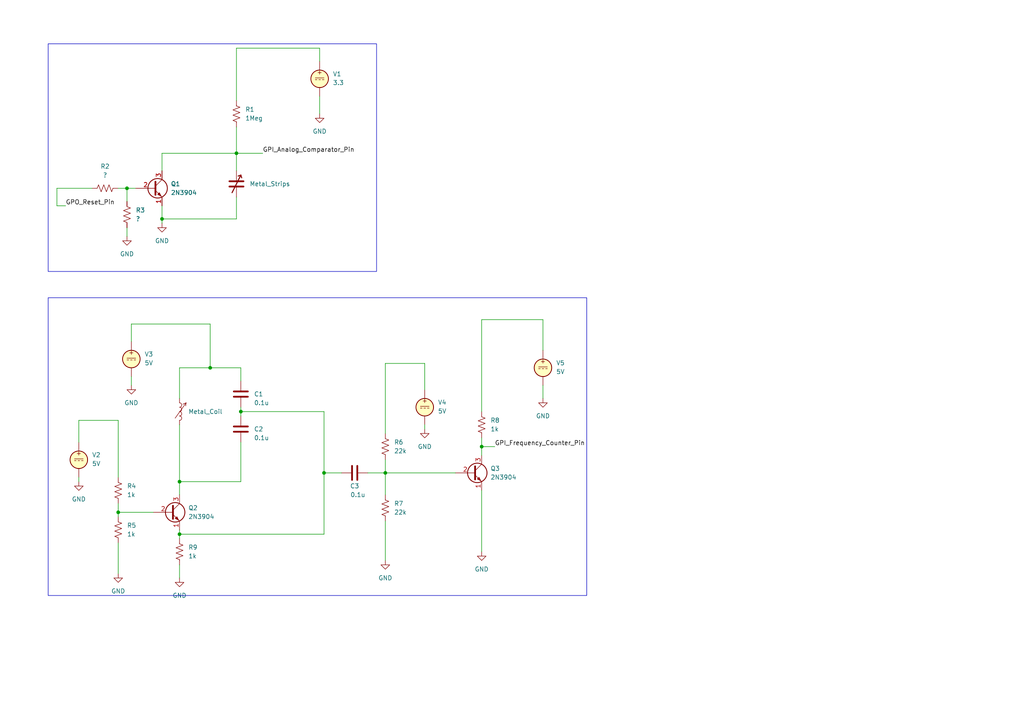
<source format=kicad_sch>
(kicad_sch (version 20230121) (generator eeschema)
  (paper "A4")
  (lib_symbols
    (symbol "Device:C" (pin_numbers hide) (pin_names (offset 0.254))
      (property "Reference" "C" (at 0.635 2.54 0))
      (property "Value" "C" (at 0.635 -2.54 0))
      (symbol "C_0_1"
        (polyline (pts (xy -2.032 -0.762) (xy 2.032 -0.762)) (stroke (width 0.508)))
        (polyline (pts (xy -2.032 0.762) (xy 2.032 0.762)) (stroke (width 0.508)))
      )
      (symbol "C_1_1"
        (pin passive line (at 0 3.81 270) (length 2.794) (name "~") (number "1"))
        (pin passive line (at 0 -3.81 90) (length 2.794) (name "~") (number "2"))
      )
    )
    (symbol "Device:C_Variable" (pin_numbers hide) (pin_names (offset 0.254) hide)
      (property "Reference" "C" (at 0.635 -1.905 0))
      (property "Value" "C_Variable" (at 0.635 -3.81 0))
      (symbol "C_Variable_0_1"
        (polyline (pts (xy -2.032 -0.762) (xy 2.032 -0.762)) (stroke (width 0.508)))
        (polyline (pts (xy -2.032 0.762) (xy 2.032 0.762)) (stroke (width 0.508)))
        (polyline (pts (xy 1.27 2.54) (xy -1.27 -2.54)) (stroke (width 0.3048)))
        (polyline (pts (xy 1.27 2.54) (xy 0.508 2.286)) (stroke (width 0.3048)))
        (polyline (pts (xy 1.27 2.54) (xy 1.524 1.778)) (stroke (width 0.3048)))
      )
      (symbol "C_Variable_1_1"
        (pin passive line (at 0 3.81 270) (length 3.048) (name "~") (number "1"))
        (pin passive line (at 0 -3.81 90) (length 3.048) (name "~") (number "2"))
      )
    )
    (symbol "Device:L_Trim" (pin_numbers hide) (pin_names (offset 1.016) hide)
      (property "Reference" "L" (at -1.905 0 90))
      (property "Value" "L_Trim" (at 3.175 0 90))
      (symbol "L_Trim_0_1"
        (arc (start 0 -2.54) (mid 0.6323 -1.905) (end 0 -1.27))
        (arc (start 0 -1.27) (mid 0.6323 -0.635) (end 0 0))
        (polyline (pts (xy -1.27 -1.905) (xy 1.905 2.54)))
        (polyline (pts (xy 1.905 2.54) (xy 1.016 2.159)))
        (polyline (pts (xy 1.905 2.54) (xy 1.778 1.651)))
        (arc (start 0 0) (mid 0.6323 0.635) (end 0 1.27))
        (arc (start 0 1.27) (mid 0.6323 1.905) (end 0 2.54))
      )
      (symbol "L_Trim_1_1"
        (pin passive line (at 0 3.81 270) (length 1.27) (name "1") (number "1"))
        (pin passive line (at 0 -3.81 90) (length 1.27) (name "2") (number "2"))
      )
    )
    (symbol "Device:R_US" (pin_numbers hide) (pin_names (offset 0))
      (property "Reference" "R" (at 2.54 0 90))
      (property "Value" "R_US" (at -2.54 0 90))
      (symbol "R_US_0_1"
        (polyline (pts (xy 0 -2.286) (xy 0 -2.54)))
        (polyline (pts (xy 0 2.286) (xy 0 2.54)))
        (polyline (pts (xy 0 -0.762) (xy 1.016 -1.143) (xy 0 -1.524) (xy -1.016 -1.905) (xy 0 -2.286)))
        (polyline (pts (xy 0 0.762) (xy 1.016 0.381) (xy 0 0) (xy -1.016 -0.381) (xy 0 -0.762)))
        (polyline (pts (xy 0 2.286) (xy 1.016 1.905) (xy 0 1.524) (xy -1.016 1.143) (xy 0 0.762)))
      )
      (symbol "R_US_1_1"
        (pin passive line (at 0 3.81 270) (length 1.27) (name "~") (number "1"))
        (pin passive line (at 0 -3.81 90) (length 1.27) (name "~") (number "2"))
      )
    )
    (symbol "Simulation_SPICE:VDC" (pin_numbers hide) (pin_names (offset 0.0254))
      (property "Reference" "V" (at 2.54 2.54 0))
      (property "Value" "1" (at 2.54 0 0))
      (symbol "VDC_0_0"
        (polyline (pts (xy -1.27 0.254) (xy 1.27 0.254)))
        (polyline (pts (xy -0.762 -0.254) (xy -1.27 -0.254)))
        (polyline (pts (xy 0.254 -0.254) (xy -0.254 -0.254)))
        (polyline (pts (xy 1.27 -0.254) (xy 0.762 -0.254)))
        (text "+" (at 0 1.905 0) (effects (font (size 1.27 1.27))))
      )
      (symbol "VDC_0_1"
        (circle (center 0 0) (radius 2.54) (stroke (width 0.254)) (fill (type background)))
      )
      (symbol "VDC_1_1"
        (pin passive line (at 0 5.08 270) (length 2.54) (name "~") (number "1"))
        (pin passive line (at 0 -5.08 90) (length 2.54) (name "~") (number "2"))
      )
    )
    (symbol "Transistor_BJT:2N3904" (pin_names (offset 0) hide)
      (property "Reference" "Q" (at 5.08 1.905 0))
      (property "Value" "2N3904" (at 5.08 0 0))
      (symbol "2N3904_0_1"
        (polyline (pts (xy 0.635 0.635) (xy 2.54 2.54)))
        (polyline (pts (xy 0.635 -0.635) (xy 2.54 -2.54) (xy 2.54 -2.54)))
        (polyline (pts (xy 0.635 1.905) (xy 0.635 -1.905) (xy 0.635 -1.905)) (stroke (width 0.508)))
        (polyline (pts (xy 1.27 -1.778) (xy 1.778 -1.27) (xy 2.286 -2.286) (xy 1.27 -1.778) (xy 1.27 -1.778)) (fill (type outline)))
        (circle (center 1.27 0) (radius 2.8194) (stroke (width 0.254)))
      )
      (symbol "2N3904_1_1"
        (pin passive line (at 2.54 -5.08 90) (length 2.54) (name "E") (number "1"))
        (pin passive line (at -5.08 0 0) (length 5.715) (name "B") (number "2"))
        (pin passive line (at 2.54 5.08 270) (length 2.54) (name "C") (number "3"))
      )
    )
    (symbol "power:GND" (power) (pin_names (offset 0))
      (property "Value" "GND" (at 0 -3.81 0))
      (symbol "GND_0_1"
        (polyline (pts (xy 0 0) (xy 0 -1.27) (xy 1.27 -1.27) (xy 0 -2.54) (xy -1.27 -1.27) (xy 0 -1.27)))
      )
      (symbol "GND_1_1"
        (pin power_in line (at 0 0 270) (length 0) hide (name "GND") (number "1"))
      )
    )
  )
  (junction (at 139.7 129.54))
  (junction (at 60.96 106.68))
  (junction (at 93.98 137.16))
  (junction (at 68.58 44.45))
  (junction (at 52.07 139.7))
  (junction (at 46.99 63.5))
  (junction (at 36.83 54.61))
  (junction (at 52.07 154.94))
  (junction (at 111.76 137.16))
  (junction (at 34.29 148.59))
  (junction (at 69.85 119.38))
  (wire (pts (xy 132.08 137.16) (xy 111.76 137.16)))
  (wire (pts (xy 69.85 128.27) (xy 69.85 139.7)))
  (wire (pts (xy 93.98 137.16) (xy 99.06 137.16)))
  (wire (pts (xy 123.19 124.46) (xy 123.19 123.19)))
  (wire (pts (xy 22.86 139.7) (xy 22.86 138.43)))
  (wire (pts (xy 92.71 27.94) (xy 92.71 33.02)))
  (wire (pts (xy 52.07 154.94) (xy 93.98 154.94)))
  (wire (pts (xy 34.29 157.48) (xy 34.29 166.37)))
  (wire (pts (xy 52.07 139.7) (xy 69.85 139.7)))
  (wire (pts (xy 60.96 106.68) (xy 52.07 106.68)))
  (wire (pts (xy 34.29 148.59) (xy 44.45 148.59)))
  (wire (pts (xy 60.96 93.98) (xy 60.96 106.68)))
  (wire (pts (xy 69.85 118.11) (xy 69.85 119.38)))
  (wire (pts (xy 36.83 58.42) (xy 36.83 54.61)))
  (wire (pts (xy 38.1 109.22) (xy 38.1 111.76)))
  (wire (pts (xy 68.58 36.83) (xy 68.58 44.45)))
  (wire (pts (xy 60.96 106.68) (xy 69.85 106.68)))
  (wire (pts (xy 52.07 123.19) (xy 52.07 139.7)))
  (wire (pts (xy 34.29 148.59) (xy 34.29 149.86)))
  (wire (pts (xy 34.29 121.92) (xy 34.29 138.43)))
  (wire (pts (xy 68.58 44.45) (xy 68.58 49.53)))
  (wire (pts (xy 46.99 59.69) (xy 46.99 63.5)))
  (wire (pts (xy 93.98 119.38) (xy 93.98 137.16)))
  (wire (pts (xy 46.99 63.5) (xy 68.58 63.5)))
  (wire (pts (xy 38.1 93.98) (xy 60.96 93.98)))
  (wire (pts (xy 139.7 129.54) (xy 139.7 132.08)))
  (wire (pts (xy 19.05 59.69) (xy 16.51 59.69)))
  (wire (pts (xy 68.58 44.45) (xy 46.99 44.45)))
  (wire (pts (xy 16.51 54.61) (xy 26.67 54.61)))
  (wire (pts (xy 92.71 17.78) (xy 92.71 13.97)))
  (wire (pts (xy 139.7 142.24) (xy 139.7 160.02)))
  (wire (pts (xy 68.58 44.45) (xy 76.2 44.45)))
  (wire (pts (xy 111.76 137.16) (xy 111.76 143.51)))
  (wire (pts (xy 52.07 106.68) (xy 52.07 115.57)))
  (wire (pts (xy 157.48 92.71) (xy 139.7 92.71)))
  (wire (pts (xy 34.29 146.05) (xy 34.29 148.59)))
  (wire (pts (xy 52.07 139.7) (xy 52.07 143.51)))
  (wire (pts (xy 111.76 105.41) (xy 111.76 125.73)))
  (wire (pts (xy 36.83 68.58) (xy 36.83 66.04)))
  (wire (pts (xy 69.85 119.38) (xy 69.85 120.65)))
  (wire (pts (xy 111.76 133.35) (xy 111.76 137.16)))
  (wire (pts (xy 139.7 92.71) (xy 139.7 119.38)))
  (wire (pts (xy 52.07 154.94) (xy 52.07 156.21)))
  (wire (pts (xy 52.07 163.83) (xy 52.07 167.64)))
  (wire (pts (xy 123.19 113.03) (xy 123.19 105.41)))
  (wire (pts (xy 68.58 57.15) (xy 68.58 63.5)))
  (wire (pts (xy 34.29 54.61) (xy 36.83 54.61)))
  (wire (pts (xy 93.98 137.16) (xy 93.98 154.94)))
  (wire (pts (xy 106.68 137.16) (xy 111.76 137.16)))
  (wire (pts (xy 46.99 63.5) (xy 46.99 64.77)))
  (wire (pts (xy 52.07 153.67) (xy 52.07 154.94)))
  (wire (pts (xy 123.19 105.41) (xy 111.76 105.41)))
  (wire (pts (xy 46.99 44.45) (xy 46.99 49.53)))
  (wire (pts (xy 139.7 127) (xy 139.7 129.54)))
  (wire (pts (xy 68.58 13.97) (xy 68.58 29.21)))
  (wire (pts (xy 22.86 128.27) (xy 22.86 121.92)))
  (wire (pts (xy 111.76 151.13) (xy 111.76 162.56)))
  (wire (pts (xy 157.48 101.6) (xy 157.48 92.71)))
  (wire (pts (xy 36.83 54.61) (xy 39.37 54.61)))
  (wire (pts (xy 92.71 13.97) (xy 68.58 13.97)))
  (wire (pts (xy 22.86 121.92) (xy 34.29 121.92)))
  (wire (pts (xy 38.1 99.06) (xy 38.1 93.98)))
  (wire (pts (xy 69.85 106.68) (xy 69.85 110.49)))
  (wire (pts (xy 157.48 111.76) (xy 157.48 115.57)))
  (wire (pts (xy 16.51 59.69) (xy 16.51 54.61)))
  (wire (pts (xy 139.7 129.54) (xy 143.51 129.54)))
  (wire (pts (xy 69.85 119.38) (xy 93.98 119.38)))
  (rectangle (start 13.97 86.36) (end 170.18 172.72))
  (rectangle (start 13.97 12.7) (end 109.22 78.74))
  (label "GPO_Reset_Pin" (at 19.05 59.69 0))
  (label "GPI_Analog_Comparator_Pin" (at 76.2 44.45 0))
  (label "GPI_Frequency_Counter_Pin" (at 143.51 129.54 0))
  (symbol (lib_id "Device:R_US") (at 139.7 123.19 0) (unit 1)
    (property "Reference" "R8" (at 142.24 121.92 0) (effects (justify left)))
    (property "Value" "1k" (at 142.24 124.46 0) (effects (justify left)))
  )
  (symbol (lib_id "Device:R_US") (at 52.07 160.02 0) (unit 1)
    (property "Reference" "R9" (at 54.61 158.75 0) (effects (justify left)))
    (property "Value" "1k" (at 54.61 161.29 0) (effects (justify left)))
  )
  (symbol (lib_id "power:GND") (at 123.19 124.46 0) (unit 1)
    (property "Reference" "#PWR09" (effects hide))
    (property "Value" "GND" (at 123.19 129.54 0))
  )
  (symbol (lib_id "Transistor_BJT:2N3904") (at 49.53 148.59 0) (unit 1)
    (property "Reference" "Q2" (at 54.61 147.32 0) (effects (justify left)))
    (property "Value" "2N3904" (at 54.61 149.86 0) (effects (justify left)))
    (property "Footprint" "Package_TO_SOT_THT:TO-92_Inline" (effects hide))
    (property "Datasheet" "https://www.onsemi.com/pub/Collateral/2N3903-D.PDF" (effects hide))
  )
  (symbol (lib_id "Device:C") (at 69.85 124.46 0) (unit 1)
    (property "Reference" "C2" (at 73.66 124.46 0) (effects (justify left)))
    (property "Value" "0.1u" (at 73.66 127 0) (effects (justify left)))
  )
  (symbol (lib_id "Device:R_US") (at 111.76 129.54 0) (unit 1)
    (property "Reference" "R6" (at 114.3 128.27 0) (effects (justify left)))
    (property "Value" "22k" (at 114.3 130.81 0) (effects (justify left)))
  )
  (symbol (lib_id "Device:R_US") (at 68.58 33.02 0) (unit 1)
    (property "Reference" "R1" (at 71.12 31.75 0) (effects (justify left)))
    (property "Value" "1Meg" (at 71.12 34.29 0) (effects (justify left)))
  )
  (symbol (lib_id "Transistor_BJT:2N3904") (at 137.16 137.16 0) (unit 1)
    (property "Reference" "Q3" (at 142.24 135.89 0) (effects (justify left)))
    (property "Value" "2N3904" (at 142.24 138.43 0) (effects (justify left)))
    (property "Footprint" "Package_TO_SOT_THT:TO-92_Inline" (effects hide))
    (property "Datasheet" "https://www.onsemi.com/pub/Collateral/2N3903-D.PDF" (effects hide))
  )
  (symbol (lib_id "power:GND") (at 46.99 64.77 0) (unit 1)
    (property "Reference" "#PWR01" (effects hide))
    (property "Value" "GND" (at 46.99 69.85 0))
  )
  (symbol (lib_id "power:GND") (at 38.1 111.76 0) (unit 1)
    (property "Reference" "#PWR08" (effects hide))
    (property "Value" "GND" (at 38.1 116.84 0))
  )
  (symbol (lib_id "Simulation_SPICE:VDC") (at 92.71 22.86 0) (unit 1)
    (property "Reference" "V1" (at 96.52 21.4602 0) (effects (justify left)))
    (property "Value" "3.3" (at 96.52 24.0002 0) (effects (justify left)))
    (property "Sim.Pins" "1=+ 2=-" (effects hide))
    (property "Sim.Type" "DC" (effects hide))
    (property "Sim.Device" "V" (effects hide))
  )
  (symbol (lib_id "Device:R_US") (at 34.29 153.67 0) (unit 1)
    (property "Reference" "R5" (at 36.83 152.4 0) (effects (justify left)))
    (property "Value" "1k" (at 36.83 154.94 0) (effects (justify left)))
  )
  (symbol (lib_id "Device:R_US") (at 30.48 54.61 270) (unit 1)
    (property "Reference" "R2" (at 30.48 48.26 90))
    (property "Value" "?" (at 30.48 50.8 90))
  )
  (symbol (lib_id "power:GND") (at 157.48 115.57 0) (unit 1)
    (property "Reference" "#PWR011" (effects hide))
    (property "Value" "GND" (at 157.48 120.65 0))
  )
  (symbol (lib_id "Simulation_SPICE:VDC") (at 157.48 106.68 0) (unit 1)
    (property "Reference" "V5" (at 161.29 105.2802 0) (effects (justify left)))
    (property "Value" "5V" (at 161.29 107.8202 0) (effects (justify left)))
    (property "Sim.Pins" "1=+ 2=-" (effects hide))
    (property "Sim.Type" "DC" (effects hide))
    (property "Sim.Device" "V" (effects hide))
  )
  (symbol (lib_id "Simulation_SPICE:VDC") (at 123.19 118.11 0) (unit 1)
    (property "Reference" "V4" (at 127 116.7102 0) (effects (justify left)))
    (property "Value" "5V" (at 127 119.2502 0) (effects (justify left)))
    (property "Sim.Pins" "1=+ 2=-" (effects hide))
    (property "Sim.Type" "DC" (effects hide))
    (property "Sim.Device" "V" (effects hide))
  )
  (symbol (lib_id "Device:C_Variable") (at 68.58 53.34 0) (unit 1)
    (property "Reference" "Metal_Strips" (at 72.39 53.34 0) (effects (justify left)))
    (property "Value" "C_Variable" (effects hide))
  )
  (symbol (lib_id "Device:C") (at 102.87 137.16 90) (unit 1)
    (property "Reference" "C3" (at 102.87 140.97 90))
    (property "Value" "0.1u" (at 101.6 143.51 90) (effects (justify right)))
  )
  (symbol (lib_id "power:GND") (at 139.7 160.02 0) (unit 1)
    (property "Reference" "#PWR06" (effects hide))
    (property "Value" "GND" (at 139.7 165.1 0))
  )
  (symbol (lib_id "power:GND") (at 92.71 33.02 0) (unit 1)
    (property "Reference" "#PWR02" (effects hide))
    (property "Value" "GND" (at 92.71 38.1 0))
  )
  (symbol (lib_id "Simulation_SPICE:VDC") (at 22.86 133.35 0) (unit 1)
    (property "Reference" "V2" (at 26.67 131.9502 0) (effects (justify left)))
    (property "Value" "5V" (at 26.67 134.4902 0) (effects (justify left)))
    (property "Sim.Pins" "1=+ 2=-" (effects hide))
    (property "Sim.Type" "DC" (effects hide))
    (property "Sim.Device" "V" (effects hide))
  )
  (symbol (lib_id "Transistor_BJT:2N3904") (at 44.45 54.61 0) (unit 1)
    (property "Reference" "Q1" (at 49.53 53.34 0) (effects (justify left)))
    (property "Value" "2N3904" (at 49.53 55.88 0) (effects (justify left)))
    (property "Footprint" "Package_TO_SOT_THT:TO-92_Inline" (effects hide))
    (property "Datasheet" "https://www.onsemi.com/pub/Collateral/2N3903-D.PDF" (effects hide))
  )
  (symbol (lib_id "power:GND") (at 34.29 166.37 0) (unit 1)
    (property "Reference" "#PWR04" (effects hide))
    (property "Value" "GND" (at 34.29 171.45 0))
  )
  (symbol (lib_id "Device:R_US") (at 34.29 142.24 0) (unit 1)
    (property "Reference" "R4" (at 36.83 140.97 0) (effects (justify left)))
    (property "Value" "1k" (at 36.83 143.51 0) (effects (justify left)))
  )
  (symbol (lib_id "Device:L_Trim") (at 52.07 119.38 0) (unit 1)
    (property "Reference" "Metal_Coil" (at 54.61 119.38 0) (effects (justify left)))
    (property "Value" "L_Trim" (effects hide))
  )
  (symbol (lib_id "power:GND") (at 52.07 167.64 0) (unit 1)
    (property "Reference" "#PWR07" (effects hide))
    (property "Value" "GND" (at 52.07 172.72 0))
  )
  (symbol (lib_id "Simulation_SPICE:VDC") (at 38.1 104.14 0) (unit 1)
    (property "Reference" "V3" (at 41.91 102.7402 0) (effects (justify left)))
    (property "Value" "5V" (at 41.91 105.2802 0) (effects (justify left)))
    (property "Sim.Pins" "1=+ 2=-" (effects hide))
    (property "Sim.Type" "DC" (effects hide))
    (property "Sim.Device" "V" (effects hide))
  )
  (symbol (lib_id "power:GND") (at 36.83 68.58 0) (unit 1)
    (property "Reference" "#PWR03" (effects hide))
    (property "Value" "GND" (at 36.83 73.66 0))
  )
  (symbol (lib_id "Device:R_US") (at 111.76 147.32 0) (unit 1)
    (property "Reference" "R7" (at 114.3 146.05 0) (effects (justify left)))
    (property "Value" "22k" (at 114.3 148.59 0) (effects (justify left)))
  )
  (symbol (lib_id "Device:R_US") (at 36.83 62.23 0) (unit 1)
    (property "Reference" "R3" (at 39.37 60.96 0) (effects (justify left)))
    (property "Value" "?" (at 39.37 63.5 0) (effects (justify left)))
  )
  (symbol (lib_id "power:GND") (at 22.86 139.7 0) (unit 1)
    (property "Reference" "#PWR05" (effects hide))
    (property "Value" "GND" (at 22.86 144.78 0))
  )
  (symbol (lib_id "power:GND") (at 111.76 162.56 0) (unit 1)
    (property "Reference" "#PWR010" (effects hide))
    (property "Value" "GND" (at 111.76 167.64 0))
  )
  (symbol (lib_id "Device:C") (at 69.85 114.3 0) (unit 1)
    (property "Reference" "C1" (at 73.66 114.3 0) (effects (justify left)))
    (property "Value" "0.1u" (at 73.66 116.84 0) (effects (justify left)))
  )
)
</source>
